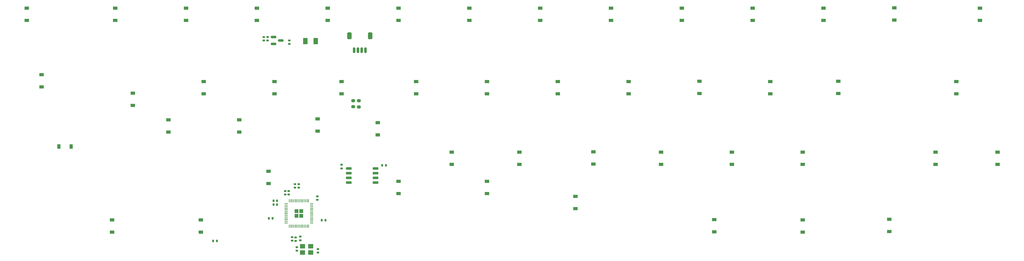
<source format=gbp>
%TF.GenerationSoftware,KiCad,Pcbnew,(6.0.6)*%
%TF.CreationDate,2022-08-15T16:05:15+02:00*%
%TF.ProjectId,rabid40,72616269-6434-4302-9e6b-696361645f70,rev?*%
%TF.SameCoordinates,Original*%
%TF.FileFunction,Paste,Bot*%
%TF.FilePolarity,Positive*%
%FSLAX46Y46*%
G04 Gerber Fmt 4.6, Leading zero omitted, Abs format (unit mm)*
G04 Created by KiCad (PCBNEW (6.0.6)) date 2022-08-15 16:05:15*
%MOMM*%
%LPD*%
G01*
G04 APERTURE LIST*
G04 Aperture macros list*
%AMRoundRect*
0 Rectangle with rounded corners*
0 $1 Rounding radius*
0 $2 $3 $4 $5 $6 $7 $8 $9 X,Y pos of 4 corners*
0 Add a 4 corners polygon primitive as box body*
4,1,4,$2,$3,$4,$5,$6,$7,$8,$9,$2,$3,0*
0 Add four circle primitives for the rounded corners*
1,1,$1+$1,$2,$3*
1,1,$1+$1,$4,$5*
1,1,$1+$1,$6,$7*
1,1,$1+$1,$8,$9*
0 Add four rect primitives between the rounded corners*
20,1,$1+$1,$2,$3,$4,$5,0*
20,1,$1+$1,$4,$5,$6,$7,0*
20,1,$1+$1,$6,$7,$8,$9,0*
20,1,$1+$1,$8,$9,$2,$3,0*%
G04 Aperture macros list end*
%ADD10RoundRect,0.140000X0.170000X-0.140000X0.170000X0.140000X-0.170000X0.140000X-0.170000X-0.140000X0*%
%ADD11R,1.200000X0.900000*%
%ADD12RoundRect,0.250000X0.292217X0.292217X-0.292217X0.292217X-0.292217X-0.292217X0.292217X-0.292217X0*%
%ADD13RoundRect,0.050000X0.387500X0.050000X-0.387500X0.050000X-0.387500X-0.050000X0.387500X-0.050000X0*%
%ADD14RoundRect,0.050000X0.050000X0.387500X-0.050000X0.387500X-0.050000X-0.387500X0.050000X-0.387500X0*%
%ADD15RoundRect,0.135000X0.135000X0.185000X-0.135000X0.185000X-0.135000X-0.185000X0.135000X-0.185000X0*%
%ADD16RoundRect,0.140000X-0.170000X0.140000X-0.170000X-0.140000X0.170000X-0.140000X0.170000X0.140000X0*%
%ADD17RoundRect,0.150000X-0.150000X-0.625000X0.150000X-0.625000X0.150000X0.625000X-0.150000X0.625000X0*%
%ADD18RoundRect,0.250000X-0.350000X-0.650000X0.350000X-0.650000X0.350000X0.650000X-0.350000X0.650000X0*%
%ADD19RoundRect,0.140000X0.140000X0.170000X-0.140000X0.170000X-0.140000X-0.170000X0.140000X-0.170000X0*%
%ADD20R,0.900000X1.200000*%
%ADD21RoundRect,0.135000X0.185000X-0.135000X0.185000X0.135000X-0.185000X0.135000X-0.185000X-0.135000X0*%
%ADD22RoundRect,0.150000X0.650000X0.150000X-0.650000X0.150000X-0.650000X-0.150000X0.650000X-0.150000X0*%
%ADD23RoundRect,0.150000X-0.587500X-0.150000X0.587500X-0.150000X0.587500X0.150000X-0.587500X0.150000X0*%
%ADD24R,1.400000X1.200000*%
%ADD25RoundRect,0.200000X-0.275000X0.200000X-0.275000X-0.200000X0.275000X-0.200000X0.275000X0.200000X0*%
%ADD26RoundRect,0.250000X0.375000X0.625000X-0.375000X0.625000X-0.375000X-0.625000X0.375000X-0.625000X0*%
%ADD27RoundRect,0.140000X-0.140000X-0.170000X0.140000X-0.170000X0.140000X0.170000X-0.140000X0.170000X0*%
G04 APERTURE END LIST*
D10*
%TO.C,C11*%
X97667500Y-56791250D03*
X97667500Y-55831250D03*
%TD*%
D11*
%TO.C,D32*%
X188942500Y-70221250D03*
X188942500Y-66921250D03*
%TD*%
D12*
%TO.C,U1*%
X99617500Y-101860000D03*
X99617500Y-103135000D03*
X100892500Y-101860000D03*
X100892500Y-103135000D03*
D13*
X103692500Y-99897500D03*
X103692500Y-100297500D03*
X103692500Y-100697500D03*
X103692500Y-101097500D03*
X103692500Y-101497500D03*
X103692500Y-101897500D03*
X103692500Y-102297500D03*
X103692500Y-102697500D03*
X103692500Y-103097500D03*
X103692500Y-103497500D03*
X103692500Y-103897500D03*
X103692500Y-104297500D03*
X103692500Y-104697500D03*
X103692500Y-105097500D03*
D14*
X102855000Y-105935000D03*
X102455000Y-105935000D03*
X102055000Y-105935000D03*
X101655000Y-105935000D03*
X101255000Y-105935000D03*
X100855000Y-105935000D03*
X100455000Y-105935000D03*
X100055000Y-105935000D03*
X99655000Y-105935000D03*
X99255000Y-105935000D03*
X98855000Y-105935000D03*
X98455000Y-105935000D03*
X98055000Y-105935000D03*
X97655000Y-105935000D03*
D13*
X96817500Y-105097500D03*
X96817500Y-104697500D03*
X96817500Y-104297500D03*
X96817500Y-103897500D03*
X96817500Y-103497500D03*
X96817500Y-103097500D03*
X96817500Y-102697500D03*
X96817500Y-102297500D03*
X96817500Y-101897500D03*
X96817500Y-101497500D03*
X96817500Y-101097500D03*
X96817500Y-100697500D03*
X96817500Y-100297500D03*
X96817500Y-99897500D03*
D14*
X97655000Y-99060000D03*
X98055000Y-99060000D03*
X98455000Y-99060000D03*
X98855000Y-99060000D03*
X99255000Y-99060000D03*
X99655000Y-99060000D03*
X100055000Y-99060000D03*
X100455000Y-99060000D03*
X100855000Y-99060000D03*
X101255000Y-99060000D03*
X101655000Y-99060000D03*
X102055000Y-99060000D03*
X102455000Y-99060000D03*
X102855000Y-99060000D03*
%TD*%
D11*
%TO.C,D1*%
X27017500Y-50377500D03*
X27017500Y-47077500D03*
%TD*%
%TO.C,D20*%
X131792500Y-70221250D03*
X131792500Y-66921250D03*
%TD*%
%TO.C,D44*%
X245298750Y-70158750D03*
X245298750Y-66858750D03*
%TD*%
D10*
%TO.C,C6*%
X96537500Y-97417500D03*
X96537500Y-96457500D03*
%TD*%
D11*
%TO.C,D39*%
X222280000Y-50440000D03*
X222280000Y-47140000D03*
%TD*%
%TO.C,D15*%
X107980000Y-50440000D03*
X107980000Y-47140000D03*
%TD*%
%TO.C,D26*%
X150842500Y-93846250D03*
X150842500Y-97146250D03*
%TD*%
%TO.C,D4*%
X50830000Y-50377500D03*
X50830000Y-47077500D03*
%TD*%
D15*
%TO.C,R4*%
X123650000Y-89560000D03*
X122630000Y-89560000D03*
%TD*%
D16*
%TO.C,C4*%
X90787500Y-54891250D03*
X90787500Y-55851250D03*
%TD*%
D11*
%TO.C,D10*%
X50036250Y-107527500D03*
X50036250Y-104227500D03*
%TD*%
D17*
%TO.C,J2*%
X115150000Y-58480000D03*
X116150000Y-58480000D03*
X117150000Y-58480000D03*
X118150000Y-58480000D03*
D18*
X113850000Y-54605000D03*
X119450000Y-54605000D03*
%TD*%
D11*
%TO.C,D24*%
X150842500Y-70221250D03*
X150842500Y-66921250D03*
%TD*%
D19*
%TO.C,C5*%
X94377500Y-99087500D03*
X93417500Y-99087500D03*
%TD*%
D11*
%TO.C,D28*%
X169892500Y-70221250D03*
X169892500Y-66921250D03*
%TD*%
%TO.C,D49*%
X271492500Y-89271250D03*
X271492500Y-85971250D03*
%TD*%
D20*
%TO.C,D3*%
X38986250Y-84446250D03*
X35686250Y-84446250D03*
%TD*%
D11*
%TO.C,D17*%
X121473750Y-78033750D03*
X121473750Y-81333750D03*
%TD*%
%TO.C,D47*%
X260380000Y-50315000D03*
X260380000Y-47015000D03*
%TD*%
%TO.C,D42*%
X259025000Y-107400000D03*
X259025000Y-104100000D03*
%TD*%
%TO.C,D50*%
X283398750Y-50440000D03*
X283398750Y-47140000D03*
%TD*%
%TO.C,D8*%
X74642500Y-70221250D03*
X74642500Y-66921250D03*
%TD*%
D21*
%TO.C,R5*%
X100627500Y-109737500D03*
X100627500Y-108717500D03*
%TD*%
D11*
%TO.C,D48*%
X277048750Y-70221250D03*
X277048750Y-66921250D03*
%TD*%
%TO.C,D34*%
X211961250Y-107465000D03*
X211961250Y-104165000D03*
%TD*%
%TO.C,D30*%
X174655000Y-97940000D03*
X174655000Y-101240000D03*
%TD*%
D22*
%TO.C,U2*%
X120887500Y-90377500D03*
X120887500Y-91647500D03*
X120887500Y-92917500D03*
X120887500Y-94187500D03*
X113687500Y-94187500D03*
X113687500Y-92917500D03*
X113687500Y-91647500D03*
X113687500Y-90377500D03*
%TD*%
D11*
%TO.C,D23*%
X146080000Y-50440000D03*
X146080000Y-47140000D03*
%TD*%
%TO.C,D41*%
X235773750Y-89271250D03*
X235773750Y-85971250D03*
%TD*%
%TO.C,D9*%
X84167500Y-77240000D03*
X84167500Y-80540000D03*
%TD*%
%TO.C,D12*%
X93692500Y-70221250D03*
X93692500Y-66921250D03*
%TD*%
D23*
%TO.C,U3*%
X93472500Y-56767500D03*
X93472500Y-54867500D03*
X95347500Y-55817500D03*
%TD*%
D11*
%TO.C,D43*%
X241330000Y-50377500D03*
X241330000Y-47077500D03*
%TD*%
D16*
%TO.C,C2*%
X98390000Y-108920000D03*
X98390000Y-109880000D03*
%TD*%
D10*
%TO.C,C15*%
X91807500Y-55851250D03*
X91807500Y-54891250D03*
%TD*%
D11*
%TO.C,D29*%
X179417500Y-89208750D03*
X179417500Y-85908750D03*
%TD*%
D19*
%TO.C,C7*%
X94385000Y-100116250D03*
X93425000Y-100116250D03*
%TD*%
%TO.C,C10*%
X93160000Y-103810000D03*
X92200000Y-103810000D03*
%TD*%
D24*
%TO.C,Y1*%
X101237500Y-111377500D03*
X103437500Y-111377500D03*
X103437500Y-113077500D03*
X101237500Y-113077500D03*
%TD*%
D11*
%TO.C,D36*%
X207992500Y-70158750D03*
X207992500Y-66858750D03*
%TD*%
D25*
%TO.C,R1*%
X116420000Y-72120000D03*
X116420000Y-73770000D03*
%TD*%
D26*
%TO.C,F1*%
X104753750Y-56040000D03*
X101953750Y-56040000D03*
%TD*%
D10*
%TO.C,C13*%
X105177500Y-98887500D03*
X105177500Y-97927500D03*
%TD*%
D11*
%TO.C,D25*%
X159573750Y-89271250D03*
X159573750Y-85971250D03*
%TD*%
%TO.C,D14*%
X73848750Y-107527500D03*
X73848750Y-104227500D03*
%TD*%
%TO.C,D52*%
X288161250Y-89271250D03*
X288161250Y-85971250D03*
%TD*%
D10*
%TO.C,C1*%
X100230000Y-95560000D03*
X100230000Y-94600000D03*
%TD*%
D11*
%TO.C,D6*%
X65117500Y-77240000D03*
X65117500Y-80540000D03*
%TD*%
%TO.C,D40*%
X227042500Y-70221250D03*
X227042500Y-66921250D03*
%TD*%
D15*
%TO.C,R3*%
X78200000Y-109900000D03*
X77180000Y-109900000D03*
%TD*%
D11*
%TO.C,D19*%
X127030000Y-50377500D03*
X127030000Y-47077500D03*
%TD*%
%TO.C,D2*%
X31050000Y-68360000D03*
X31050000Y-65060000D03*
%TD*%
%TO.C,D18*%
X92090000Y-91170000D03*
X92090000Y-94470000D03*
%TD*%
%TO.C,D5*%
X55592500Y-73396250D03*
X55592500Y-70096250D03*
%TD*%
%TO.C,D21*%
X141317500Y-89271250D03*
X141317500Y-85971250D03*
%TD*%
%TO.C,D31*%
X184180000Y-50440000D03*
X184180000Y-47140000D03*
%TD*%
%TO.C,D16*%
X111710000Y-70220000D03*
X111710000Y-66920000D03*
%TD*%
%TO.C,D27*%
X165130000Y-50377500D03*
X165130000Y-47077500D03*
%TD*%
%TO.C,D13*%
X105257500Y-77007500D03*
X105257500Y-80307500D03*
%TD*%
%TO.C,D35*%
X203230000Y-50377500D03*
X203230000Y-47077500D03*
%TD*%
%TO.C,D38*%
X235773750Y-107527500D03*
X235773750Y-104227500D03*
%TD*%
D10*
%TO.C,C17*%
X99696250Y-112548750D03*
X99696250Y-111588750D03*
%TD*%
%TO.C,C8*%
X111737500Y-90347500D03*
X111737500Y-89387500D03*
%TD*%
D11*
%TO.C,D11*%
X88930000Y-50377500D03*
X88930000Y-47077500D03*
%TD*%
D16*
%TO.C,C16*%
X105340000Y-112150000D03*
X105340000Y-113110000D03*
%TD*%
%TO.C,C14*%
X99400000Y-109000000D03*
X99400000Y-109960000D03*
%TD*%
D25*
%TO.C,R2*%
X114880000Y-72060000D03*
X114880000Y-73710000D03*
%TD*%
D11*
%TO.C,D33*%
X197673750Y-89271250D03*
X197673750Y-85971250D03*
%TD*%
%TO.C,D22*%
X127030000Y-93846250D03*
X127030000Y-97146250D03*
%TD*%
D10*
%TO.C,C3*%
X97537500Y-97417500D03*
X97537500Y-96457500D03*
%TD*%
%TO.C,C9*%
X99210000Y-95540000D03*
X99210000Y-94580000D03*
%TD*%
D11*
%TO.C,D7*%
X69880000Y-50377500D03*
X69880000Y-47077500D03*
%TD*%
D27*
%TO.C,C12*%
X106420000Y-104390000D03*
X107380000Y-104390000D03*
%TD*%
D11*
%TO.C,D37*%
X216723750Y-89271250D03*
X216723750Y-85971250D03*
%TD*%
M02*

</source>
